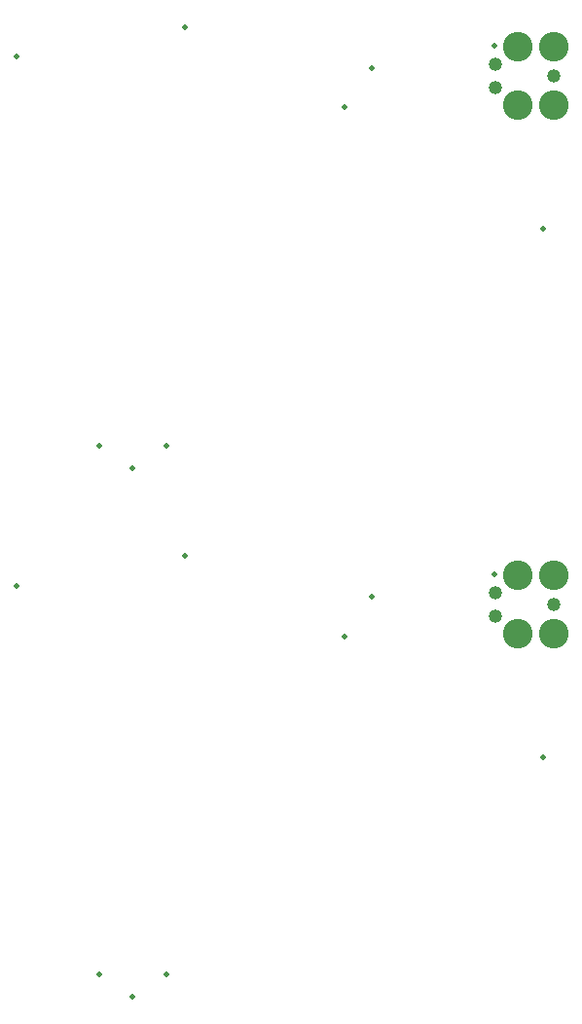
<source format=gbs>
%FSLAX46Y46*%
%MOMM*%
%AMPS13*
1,1,0.500000,0.000000,0.000000*
%
%ADD13PS13*%
%AMPS11*
1,1,2.575000,0.000000,0.000000*
%
%ADD11PS11*%
%AMPS10*
1,1,2.575000,0.000000,0.000000*
%
%ADD10PS10*%
%AMPS12*
1,1,1.190600,0.000000,0.000000*
%
%ADD12PS12*%
G01*
G01*
%LPD*%
G75*
D10*
X48352849Y79787031D03*
D10*
X45177849Y79787031D03*
D11*
X48352849Y84867031D03*
D12*
X43272849Y81311031D03*
D12*
X43272849Y83343031D03*
D12*
X48352849Y82327031D03*
D11*
X45177849Y84867031D03*
D13*
X43190349Y84927031D03*
D13*
X8775000Y50150000D03*
D13*
X16250000Y86550000D03*
D13*
X32500000Y82975000D03*
D13*
X11700000Y48200000D03*
D13*
X30135714Y79564280D03*
D13*
X47450000Y69000000D03*
D13*
X14625000Y50150000D03*
D13*
X1625000Y83950000D03*
D10*
X48352849Y33787031D03*
D10*
X45177849Y33787031D03*
D11*
X48352849Y38867031D03*
D12*
X43272849Y35311031D03*
D12*
X43272849Y37343031D03*
D12*
X48352849Y36327031D03*
D11*
X45177849Y38867031D03*
D13*
X43190349Y38927031D03*
D13*
X8775000Y4150000D03*
D13*
X16250000Y40550000D03*
D13*
X32500000Y36975000D03*
D13*
X11700000Y2200000D03*
D13*
X30135714Y33564280D03*
D13*
X47450000Y23000000D03*
D13*
X14625000Y4150000D03*
D13*
X1625000Y37950000D03*
M02*

</source>
